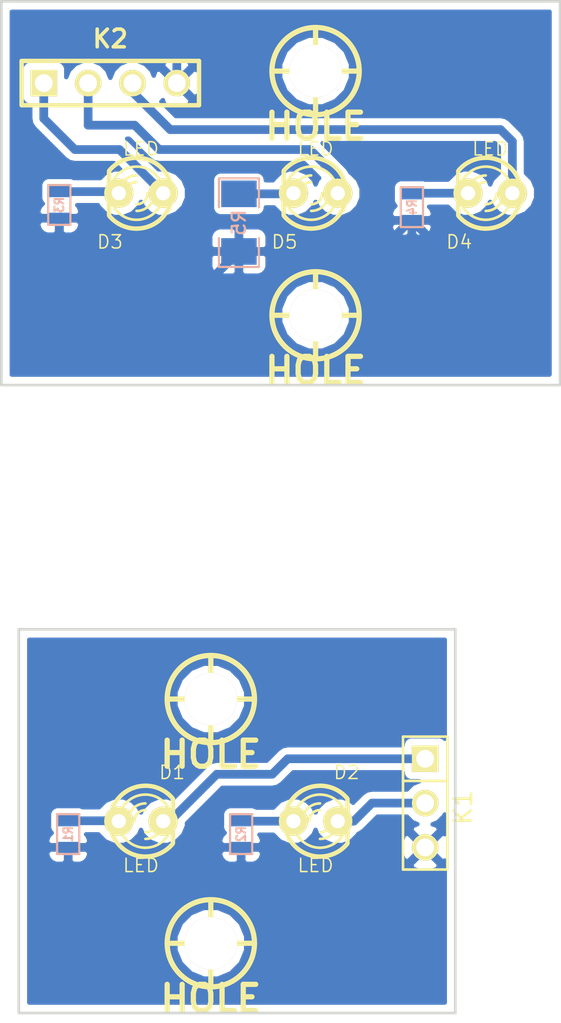
<source format=kicad_pcb>
(kicad_pcb (version 3) (host pcbnew "(2013-feb-26)-stable")

  (general
    (links 15)
    (no_connects 0)
    (area 32.924999 38.924999 65.075001 97.325)
    (thickness 1.6)
    (drawings 8)
    (tracks 50)
    (zones 0)
    (modules 16)
    (nets 13)
  )

  (page A3)
  (layers
    (15 F.Cu signal)
    (0 B.Cu signal)
    (16 B.Adhes user)
    (17 F.Adhes user)
    (18 B.Paste user)
    (19 F.Paste user)
    (20 B.SilkS user)
    (21 F.SilkS user)
    (22 B.Mask user)
    (23 F.Mask user)
    (24 Dwgs.User user)
    (25 Cmts.User user)
    (26 Eco1.User user)
    (27 Eco2.User user)
    (28 Edge.Cuts user)
  )

  (setup
    (last_trace_width 0.5)
    (trace_clearance 0.25)
    (zone_clearance 0.4)
    (zone_45_only no)
    (trace_min 0.254)
    (segment_width 0.2)
    (edge_width 0.15)
    (via_size 1)
    (via_drill 0.6)
    (via_min_size 0.889)
    (via_min_drill 0.508)
    (uvia_size 0.508)
    (uvia_drill 0.127)
    (uvias_allowed no)
    (uvia_min_size 0.508)
    (uvia_min_drill 0.127)
    (pcb_text_width 0.3)
    (pcb_text_size 1.5 1.5)
    (mod_edge_width 0.15)
    (mod_text_size 1.5 1.5)
    (mod_text_width 0.15)
    (pad_size 1.524 1.524)
    (pad_drill 0.762)
    (pad_to_mask_clearance 0.2)
    (aux_axis_origin 0 0)
    (visible_elements FFFFFFBF)
    (pcbplotparams
      (layerselection 3178497)
      (usegerberextensions true)
      (excludeedgelayer true)
      (linewidth 50000)
      (plotframeref false)
      (viasonmask false)
      (mode 1)
      (useauxorigin false)
      (hpglpennumber 1)
      (hpglpenspeed 20)
      (hpglpendiameter 15)
      (hpglpenoverlay 2)
      (psnegative false)
      (psa4output false)
      (plotreference true)
      (plotvalue true)
      (plotothertext true)
      (plotinvisibletext false)
      (padsonsilk false)
      (subtractmaskfromsilk false)
      (outputformat 1)
      (mirror false)
      (drillshape 1)
      (scaleselection 1)
      (outputdirectory ""))
  )

  (net 0 "")
  (net 1 N-000001)
  (net 2 N-0000010)
  (net 3 N-0000011)
  (net 4 N-0000012)
  (net 5 N-000002)
  (net 6 N-000003)
  (net 7 N-000004)
  (net 8 N-000005)
  (net 9 N-000006)
  (net 10 N-000007)
  (net 11 N-000008)
  (net 12 N-000009)

  (net_class Default "This is the default net class."
    (clearance 0.25)
    (trace_width 0.5)
    (via_dia 1)
    (via_drill 0.6)
    (uvia_dia 0.508)
    (uvia_drill 0.127)
    (add_net "")
    (add_net N-000001)
    (add_net N-0000010)
    (add_net N-0000011)
    (add_net N-0000012)
    (add_net N-000002)
    (add_net N-000003)
    (add_net N-000004)
    (add_net N-000005)
    (add_net N-000006)
    (add_net N-000007)
    (add_net N-000008)
    (add_net N-000009)
  )

  (module SM0603 (layer B.Cu) (tedit 4E43A3D1) (tstamp 54F3FCF4)
    (at 46.736 86.741 90)
    (path /54F40B3C)
    (attr smd)
    (fp_text reference R2 (at 0 0 90) (layer B.SilkS)
      (effects (font (size 0.508 0.4572) (thickness 0.1143)) (justify mirror))
    )
    (fp_text value 330 (at 0 0 90) (layer B.SilkS) hide
      (effects (font (size 0.508 0.4572) (thickness 0.1143)) (justify mirror))
    )
    (fp_line (start -1.143 0.635) (end 1.143 0.635) (layer B.SilkS) (width 0.127))
    (fp_line (start 1.143 0.635) (end 1.143 -0.635) (layer B.SilkS) (width 0.127))
    (fp_line (start 1.143 -0.635) (end -1.143 -0.635) (layer B.SilkS) (width 0.127))
    (fp_line (start -1.143 -0.635) (end -1.143 0.635) (layer B.SilkS) (width 0.127))
    (pad 1 smd rect (at -0.762 0 90) (size 0.635 1.143)
      (layers B.Cu B.Paste B.Mask)
      (net 3 N-0000011)
    )
    (pad 2 smd rect (at 0.762 0 90) (size 0.635 1.143)
      (layers B.Cu B.Paste B.Mask)
      (net 4 N-0000012)
    )
    (model smd\resistors\R0603.wrl
      (at (xyz 0 0 0.001))
      (scale (xyz 0.5 0.5 0.5))
      (rotate (xyz 0 0 0))
    )
  )

  (module SM0603 (layer B.Cu) (tedit 4E43A3D1) (tstamp 54F3FCFE)
    (at 36.83 86.741 90)
    (path /54F40B6D)
    (attr smd)
    (fp_text reference R1 (at 0 0 90) (layer B.SilkS)
      (effects (font (size 0.508 0.4572) (thickness 0.1143)) (justify mirror))
    )
    (fp_text value 330 (at 0 0 90) (layer B.SilkS) hide
      (effects (font (size 0.508 0.4572) (thickness 0.1143)) (justify mirror))
    )
    (fp_line (start -1.143 0.635) (end 1.143 0.635) (layer B.SilkS) (width 0.127))
    (fp_line (start 1.143 0.635) (end 1.143 -0.635) (layer B.SilkS) (width 0.127))
    (fp_line (start 1.143 -0.635) (end -1.143 -0.635) (layer B.SilkS) (width 0.127))
    (fp_line (start -1.143 -0.635) (end -1.143 0.635) (layer B.SilkS) (width 0.127))
    (pad 1 smd rect (at -0.762 0 90) (size 0.635 1.143)
      (layers B.Cu B.Paste B.Mask)
      (net 3 N-0000011)
    )
    (pad 2 smd rect (at 0.762 0 90) (size 0.635 1.143)
      (layers B.Cu B.Paste B.Mask)
      (net 11 N-000008)
    )
    (model smd\resistors\R0603.wrl
      (at (xyz 0 0 0.001))
      (scale (xyz 0.5 0.5 0.5))
      (rotate (xyz 0 0 0))
    )
  )

  (module SM0603 (layer B.Cu) (tedit 4E43A3D1) (tstamp 54F3FD12)
    (at 56.515 50.8 90)
    (path /54F40BF0)
    (attr smd)
    (fp_text reference R4 (at 0 0 90) (layer B.SilkS)
      (effects (font (size 0.508 0.4572) (thickness 0.1143)) (justify mirror))
    )
    (fp_text value 2.2k (at 0 0 90) (layer B.SilkS) hide
      (effects (font (size 0.508 0.4572) (thickness 0.1143)) (justify mirror))
    )
    (fp_line (start -1.143 0.635) (end 1.143 0.635) (layer B.SilkS) (width 0.127))
    (fp_line (start 1.143 0.635) (end 1.143 -0.635) (layer B.SilkS) (width 0.127))
    (fp_line (start 1.143 -0.635) (end -1.143 -0.635) (layer B.SilkS) (width 0.127))
    (fp_line (start -1.143 -0.635) (end -1.143 0.635) (layer B.SilkS) (width 0.127))
    (pad 1 smd rect (at -0.762 0 90) (size 0.635 1.143)
      (layers B.Cu B.Paste B.Mask)
      (net 7 N-000004)
    )
    (pad 2 smd rect (at 0.762 0 90) (size 0.635 1.143)
      (layers B.Cu B.Paste B.Mask)
      (net 8 N-000005)
    )
    (model smd\resistors\R0603.wrl
      (at (xyz 0 0 0.001))
      (scale (xyz 0.5 0.5 0.5))
      (rotate (xyz 0 0 0))
    )
  )

  (module SM0603 (layer B.Cu) (tedit 4E43A3D1) (tstamp 54F3FD1C)
    (at 36.322 50.673 90)
    (path /54F40C05)
    (attr smd)
    (fp_text reference R3 (at 0 0 90) (layer B.SilkS)
      (effects (font (size 0.508 0.4572) (thickness 0.1143)) (justify mirror))
    )
    (fp_text value 2.2k (at 0 0 90) (layer B.SilkS) hide
      (effects (font (size 0.508 0.4572) (thickness 0.1143)) (justify mirror))
    )
    (fp_line (start -1.143 0.635) (end 1.143 0.635) (layer B.SilkS) (width 0.127))
    (fp_line (start 1.143 0.635) (end 1.143 -0.635) (layer B.SilkS) (width 0.127))
    (fp_line (start 1.143 -0.635) (end -1.143 -0.635) (layer B.SilkS) (width 0.127))
    (fp_line (start -1.143 -0.635) (end -1.143 0.635) (layer B.SilkS) (width 0.127))
    (pad 1 smd rect (at -0.762 0 90) (size 0.635 1.143)
      (layers B.Cu B.Paste B.Mask)
      (net 7 N-000004)
    )
    (pad 2 smd rect (at 0.762 0 90) (size 0.635 1.143)
      (layers B.Cu B.Paste B.Mask)
      (net 9 N-000006)
    )
    (model smd\resistors\R0603.wrl
      (at (xyz 0 0 0.001))
      (scale (xyz 0.5 0.5 0.5))
      (rotate (xyz 0 0 0))
    )
  )

  (module PIN_ARRAY_4x1 (layer F.Cu) (tedit 4C10F42E) (tstamp 54F3FD28)
    (at 39.243 43.688)
    (descr "Double rangee de contacts 2 x 5 pins")
    (tags CONN)
    (path /54F40BE4)
    (fp_text reference K2 (at 0 -2.54) (layer F.SilkS)
      (effects (font (size 1.016 1.016) (thickness 0.2032)))
    )
    (fp_text value CONN_4 (at 0 2.54) (layer F.SilkS) hide
      (effects (font (size 1.016 1.016) (thickness 0.2032)))
    )
    (fp_line (start 5.08 1.27) (end -5.08 1.27) (layer F.SilkS) (width 0.254))
    (fp_line (start 5.08 -1.27) (end -5.08 -1.27) (layer F.SilkS) (width 0.254))
    (fp_line (start -5.08 -1.27) (end -5.08 1.27) (layer F.SilkS) (width 0.254))
    (fp_line (start 5.08 1.27) (end 5.08 -1.27) (layer F.SilkS) (width 0.254))
    (pad 1 thru_hole rect (at -3.81 0) (size 1.524 1.524) (drill 1.016)
      (layers *.Cu *.Mask F.SilkS)
      (net 1 N-000001)
    )
    (pad 2 thru_hole circle (at -1.27 0) (size 1.524 1.524) (drill 1.016)
      (layers *.Cu *.Mask F.SilkS)
      (net 10 N-000007)
    )
    (pad 3 thru_hole circle (at 1.27 0) (size 1.524 1.524) (drill 1.016)
      (layers *.Cu *.Mask F.SilkS)
      (net 5 N-000002)
    )
    (pad 4 thru_hole circle (at 3.81 0) (size 1.524 1.524) (drill 1.016)
      (layers *.Cu *.Mask F.SilkS)
      (net 7 N-000004)
    )
    (model pin_array\pins_array_4x1.wrl
      (at (xyz 0 0 0))
      (scale (xyz 1 1 1))
      (rotate (xyz 0 0 0))
    )
  )

  (module PIN_ARRAY_3X1 (layer F.Cu) (tedit 4C1130E0) (tstamp 54F3FD34)
    (at 57.277 84.963 270)
    (descr "Connecteur 3 pins")
    (tags "CONN DEV")
    (path /54F40B2D)
    (fp_text reference K1 (at 0.254 -2.159 270) (layer F.SilkS)
      (effects (font (size 1.016 1.016) (thickness 0.1524)))
    )
    (fp_text value CONN_3 (at 0 -2.159 270) (layer F.SilkS) hide
      (effects (font (size 1.016 1.016) (thickness 0.1524)))
    )
    (fp_line (start -3.81 1.27) (end -3.81 -1.27) (layer F.SilkS) (width 0.1524))
    (fp_line (start -3.81 -1.27) (end 3.81 -1.27) (layer F.SilkS) (width 0.1524))
    (fp_line (start 3.81 -1.27) (end 3.81 1.27) (layer F.SilkS) (width 0.1524))
    (fp_line (start 3.81 1.27) (end -3.81 1.27) (layer F.SilkS) (width 0.1524))
    (fp_line (start -1.27 -1.27) (end -1.27 1.27) (layer F.SilkS) (width 0.1524))
    (pad 1 thru_hole rect (at -2.54 0 270) (size 1.524 1.524) (drill 1.016)
      (layers *.Cu *.Mask F.SilkS)
      (net 12 N-000009)
    )
    (pad 2 thru_hole circle (at 0 0 270) (size 1.524 1.524) (drill 1.016)
      (layers *.Cu *.Mask F.SilkS)
      (net 2 N-0000010)
    )
    (pad 3 thru_hole circle (at 2.54 0 270) (size 1.524 1.524) (drill 1.016)
      (layers *.Cu *.Mask F.SilkS)
      (net 3 N-0000011)
    )
    (model pin_array/pins_array_3x1.wrl
      (at (xyz 0 0 0))
      (scale (xyz 1 1 1))
      (rotate (xyz 0 0 0))
    )
  )

  (module LED-3MM (layer F.Cu) (tedit 49BFA23B) (tstamp 54F3FD4D)
    (at 41 86)
    (descr "LED 3mm - Lead pitch 100mil (2,54mm)")
    (tags "LED led 3mm 3MM 100mil 2,54mm")
    (path /54F40B18)
    (fp_text reference D1 (at 1.778 -2.794) (layer F.SilkS)
      (effects (font (size 0.762 0.762) (thickness 0.0889)))
    )
    (fp_text value LED (at 0 2.54) (layer F.SilkS)
      (effects (font (size 0.762 0.762) (thickness 0.0889)))
    )
    (fp_line (start 1.8288 1.27) (end 1.8288 -1.27) (layer F.SilkS) (width 0.254))
    (fp_arc (start 0.254 0) (end -1.27 0) (angle 39.8) (layer F.SilkS) (width 0.1524))
    (fp_arc (start 0.254 0) (end -0.88392 1.01092) (angle 41.6) (layer F.SilkS) (width 0.1524))
    (fp_arc (start 0.254 0) (end 1.4097 -0.9906) (angle 40.6) (layer F.SilkS) (width 0.1524))
    (fp_arc (start 0.254 0) (end 1.778 0) (angle 39.8) (layer F.SilkS) (width 0.1524))
    (fp_arc (start 0.254 0) (end 0.254 -1.524) (angle 54.4) (layer F.SilkS) (width 0.1524))
    (fp_arc (start 0.254 0) (end -0.9652 -0.9144) (angle 53.1) (layer F.SilkS) (width 0.1524))
    (fp_arc (start 0.254 0) (end 1.45542 0.93472) (angle 52.1) (layer F.SilkS) (width 0.1524))
    (fp_arc (start 0.254 0) (end 0.254 1.524) (angle 52.1) (layer F.SilkS) (width 0.1524))
    (fp_arc (start 0.254 0) (end -0.381 0) (angle 90) (layer F.SilkS) (width 0.1524))
    (fp_arc (start 0.254 0) (end -0.762 0) (angle 90) (layer F.SilkS) (width 0.1524))
    (fp_arc (start 0.254 0) (end 0.889 0) (angle 90) (layer F.SilkS) (width 0.1524))
    (fp_arc (start 0.254 0) (end 1.27 0) (angle 90) (layer F.SilkS) (width 0.1524))
    (fp_arc (start 0.254 0) (end 0.254 -2.032) (angle 50.1) (layer F.SilkS) (width 0.254))
    (fp_arc (start 0.254 0) (end -1.5367 -0.95504) (angle 61.9) (layer F.SilkS) (width 0.254))
    (fp_arc (start 0.254 0) (end 1.8034 1.31064) (angle 49.7) (layer F.SilkS) (width 0.254))
    (fp_arc (start 0.254 0) (end 0.254 2.032) (angle 60.2) (layer F.SilkS) (width 0.254))
    (fp_arc (start 0.254 0) (end -1.778 0) (angle 28.3) (layer F.SilkS) (width 0.254))
    (fp_arc (start 0.254 0) (end -1.47574 1.06426) (angle 31.6) (layer F.SilkS) (width 0.254))
    (pad 1 thru_hole circle (at -1.27 0) (size 1.6764 1.6764) (drill 0.8128)
      (layers *.Cu F.Paste F.SilkS F.Mask)
      (net 11 N-000008)
    )
    (pad 2 thru_hole circle (at 1.27 0) (size 1.6764 1.6764) (drill 0.8128)
      (layers *.Cu F.Paste F.SilkS F.Mask)
      (net 12 N-000009)
    )
    (model discret/leds/led3_vertical_verde.wrl
      (at (xyz 0 0 0))
      (scale (xyz 1 1 1))
      (rotate (xyz 0 0 0))
    )
  )

  (module LED-3MM (layer F.Cu) (tedit 49BFA23B) (tstamp 54F3FD66)
    (at 51 86)
    (descr "LED 3mm - Lead pitch 100mil (2,54mm)")
    (tags "LED led 3mm 3MM 100mil 2,54mm")
    (path /54F40B25)
    (fp_text reference D2 (at 1.778 -2.794) (layer F.SilkS)
      (effects (font (size 0.762 0.762) (thickness 0.0889)))
    )
    (fp_text value LED (at 0 2.54) (layer F.SilkS)
      (effects (font (size 0.762 0.762) (thickness 0.0889)))
    )
    (fp_line (start 1.8288 1.27) (end 1.8288 -1.27) (layer F.SilkS) (width 0.254))
    (fp_arc (start 0.254 0) (end -1.27 0) (angle 39.8) (layer F.SilkS) (width 0.1524))
    (fp_arc (start 0.254 0) (end -0.88392 1.01092) (angle 41.6) (layer F.SilkS) (width 0.1524))
    (fp_arc (start 0.254 0) (end 1.4097 -0.9906) (angle 40.6) (layer F.SilkS) (width 0.1524))
    (fp_arc (start 0.254 0) (end 1.778 0) (angle 39.8) (layer F.SilkS) (width 0.1524))
    (fp_arc (start 0.254 0) (end 0.254 -1.524) (angle 54.4) (layer F.SilkS) (width 0.1524))
    (fp_arc (start 0.254 0) (end -0.9652 -0.9144) (angle 53.1) (layer F.SilkS) (width 0.1524))
    (fp_arc (start 0.254 0) (end 1.45542 0.93472) (angle 52.1) (layer F.SilkS) (width 0.1524))
    (fp_arc (start 0.254 0) (end 0.254 1.524) (angle 52.1) (layer F.SilkS) (width 0.1524))
    (fp_arc (start 0.254 0) (end -0.381 0) (angle 90) (layer F.SilkS) (width 0.1524))
    (fp_arc (start 0.254 0) (end -0.762 0) (angle 90) (layer F.SilkS) (width 0.1524))
    (fp_arc (start 0.254 0) (end 0.889 0) (angle 90) (layer F.SilkS) (width 0.1524))
    (fp_arc (start 0.254 0) (end 1.27 0) (angle 90) (layer F.SilkS) (width 0.1524))
    (fp_arc (start 0.254 0) (end 0.254 -2.032) (angle 50.1) (layer F.SilkS) (width 0.254))
    (fp_arc (start 0.254 0) (end -1.5367 -0.95504) (angle 61.9) (layer F.SilkS) (width 0.254))
    (fp_arc (start 0.254 0) (end 1.8034 1.31064) (angle 49.7) (layer F.SilkS) (width 0.254))
    (fp_arc (start 0.254 0) (end 0.254 2.032) (angle 60.2) (layer F.SilkS) (width 0.254))
    (fp_arc (start 0.254 0) (end -1.778 0) (angle 28.3) (layer F.SilkS) (width 0.254))
    (fp_arc (start 0.254 0) (end -1.47574 1.06426) (angle 31.6) (layer F.SilkS) (width 0.254))
    (pad 1 thru_hole circle (at -1.27 0) (size 1.6764 1.6764) (drill 0.8128)
      (layers *.Cu F.Paste F.SilkS F.Mask)
      (net 4 N-0000012)
    )
    (pad 2 thru_hole circle (at 1.27 0) (size 1.6764 1.6764) (drill 0.8128)
      (layers *.Cu F.Paste F.SilkS F.Mask)
      (net 2 N-0000010)
    )
    (model discret/leds/led3_vertical_verde.wrl
      (at (xyz 0 0 0))
      (scale (xyz 1 1 1))
      (rotate (xyz 0 0 0))
    )
  )

  (module LED-3MM (layer F.Cu) (tedit 49BFA23B) (tstamp 54F3FD7F)
    (at 61 50 180)
    (descr "LED 3mm - Lead pitch 100mil (2,54mm)")
    (tags "LED led 3mm 3MM 100mil 2,54mm")
    (path /54F40BD8)
    (fp_text reference D4 (at 1.778 -2.794 180) (layer F.SilkS)
      (effects (font (size 0.762 0.762) (thickness 0.0889)))
    )
    (fp_text value LED (at 0 2.54 180) (layer F.SilkS)
      (effects (font (size 0.762 0.762) (thickness 0.0889)))
    )
    (fp_line (start 1.8288 1.27) (end 1.8288 -1.27) (layer F.SilkS) (width 0.254))
    (fp_arc (start 0.254 0) (end -1.27 0) (angle 39.8) (layer F.SilkS) (width 0.1524))
    (fp_arc (start 0.254 0) (end -0.88392 1.01092) (angle 41.6) (layer F.SilkS) (width 0.1524))
    (fp_arc (start 0.254 0) (end 1.4097 -0.9906) (angle 40.6) (layer F.SilkS) (width 0.1524))
    (fp_arc (start 0.254 0) (end 1.778 0) (angle 39.8) (layer F.SilkS) (width 0.1524))
    (fp_arc (start 0.254 0) (end 0.254 -1.524) (angle 54.4) (layer F.SilkS) (width 0.1524))
    (fp_arc (start 0.254 0) (end -0.9652 -0.9144) (angle 53.1) (layer F.SilkS) (width 0.1524))
    (fp_arc (start 0.254 0) (end 1.45542 0.93472) (angle 52.1) (layer F.SilkS) (width 0.1524))
    (fp_arc (start 0.254 0) (end 0.254 1.524) (angle 52.1) (layer F.SilkS) (width 0.1524))
    (fp_arc (start 0.254 0) (end -0.381 0) (angle 90) (layer F.SilkS) (width 0.1524))
    (fp_arc (start 0.254 0) (end -0.762 0) (angle 90) (layer F.SilkS) (width 0.1524))
    (fp_arc (start 0.254 0) (end 0.889 0) (angle 90) (layer F.SilkS) (width 0.1524))
    (fp_arc (start 0.254 0) (end 1.27 0) (angle 90) (layer F.SilkS) (width 0.1524))
    (fp_arc (start 0.254 0) (end 0.254 -2.032) (angle 50.1) (layer F.SilkS) (width 0.254))
    (fp_arc (start 0.254 0) (end -1.5367 -0.95504) (angle 61.9) (layer F.SilkS) (width 0.254))
    (fp_arc (start 0.254 0) (end 1.8034 1.31064) (angle 49.7) (layer F.SilkS) (width 0.254))
    (fp_arc (start 0.254 0) (end 0.254 2.032) (angle 60.2) (layer F.SilkS) (width 0.254))
    (fp_arc (start 0.254 0) (end -1.778 0) (angle 28.3) (layer F.SilkS) (width 0.254))
    (fp_arc (start 0.254 0) (end -1.47574 1.06426) (angle 31.6) (layer F.SilkS) (width 0.254))
    (pad 1 thru_hole circle (at -1.27 0 180) (size 1.6764 1.6764) (drill 0.8128)
      (layers *.Cu F.Paste F.SilkS F.Mask)
      (net 5 N-000002)
    )
    (pad 2 thru_hole circle (at 1.27 0 180) (size 1.6764 1.6764) (drill 0.8128)
      (layers *.Cu F.Paste F.SilkS F.Mask)
      (net 8 N-000005)
    )
    (model discret/leds/led3_vertical_verde.wrl
      (at (xyz 0 0 0))
      (scale (xyz 1 1 1))
      (rotate (xyz 0 0 0))
    )
  )

  (module LED-3MM (layer F.Cu) (tedit 49BFA23B) (tstamp 54F3FD98)
    (at 51 50 180)
    (descr "LED 3mm - Lead pitch 100mil (2,54mm)")
    (tags "LED led 3mm 3MM 100mil 2,54mm")
    (path /54F40BDE)
    (fp_text reference D5 (at 1.778 -2.794 180) (layer F.SilkS)
      (effects (font (size 0.762 0.762) (thickness 0.0889)))
    )
    (fp_text value LED (at 0 2.54 180) (layer F.SilkS)
      (effects (font (size 0.762 0.762) (thickness 0.0889)))
    )
    (fp_line (start 1.8288 1.27) (end 1.8288 -1.27) (layer F.SilkS) (width 0.254))
    (fp_arc (start 0.254 0) (end -1.27 0) (angle 39.8) (layer F.SilkS) (width 0.1524))
    (fp_arc (start 0.254 0) (end -0.88392 1.01092) (angle 41.6) (layer F.SilkS) (width 0.1524))
    (fp_arc (start 0.254 0) (end 1.4097 -0.9906) (angle 40.6) (layer F.SilkS) (width 0.1524))
    (fp_arc (start 0.254 0) (end 1.778 0) (angle 39.8) (layer F.SilkS) (width 0.1524))
    (fp_arc (start 0.254 0) (end 0.254 -1.524) (angle 54.4) (layer F.SilkS) (width 0.1524))
    (fp_arc (start 0.254 0) (end -0.9652 -0.9144) (angle 53.1) (layer F.SilkS) (width 0.1524))
    (fp_arc (start 0.254 0) (end 1.45542 0.93472) (angle 52.1) (layer F.SilkS) (width 0.1524))
    (fp_arc (start 0.254 0) (end 0.254 1.524) (angle 52.1) (layer F.SilkS) (width 0.1524))
    (fp_arc (start 0.254 0) (end -0.381 0) (angle 90) (layer F.SilkS) (width 0.1524))
    (fp_arc (start 0.254 0) (end -0.762 0) (angle 90) (layer F.SilkS) (width 0.1524))
    (fp_arc (start 0.254 0) (end 0.889 0) (angle 90) (layer F.SilkS) (width 0.1524))
    (fp_arc (start 0.254 0) (end 1.27 0) (angle 90) (layer F.SilkS) (width 0.1524))
    (fp_arc (start 0.254 0) (end 0.254 -2.032) (angle 50.1) (layer F.SilkS) (width 0.254))
    (fp_arc (start 0.254 0) (end -1.5367 -0.95504) (angle 61.9) (layer F.SilkS) (width 0.254))
    (fp_arc (start 0.254 0) (end 1.8034 1.31064) (angle 49.7) (layer F.SilkS) (width 0.254))
    (fp_arc (start 0.254 0) (end 0.254 2.032) (angle 60.2) (layer F.SilkS) (width 0.254))
    (fp_arc (start 0.254 0) (end -1.778 0) (angle 28.3) (layer F.SilkS) (width 0.254))
    (fp_arc (start 0.254 0) (end -1.47574 1.06426) (angle 31.6) (layer F.SilkS) (width 0.254))
    (pad 1 thru_hole circle (at -1.27 0 180) (size 1.6764 1.6764) (drill 0.8128)
      (layers *.Cu F.Paste F.SilkS F.Mask)
      (net 10 N-000007)
    )
    (pad 2 thru_hole circle (at 1.27 0 180) (size 1.6764 1.6764) (drill 0.8128)
      (layers *.Cu F.Paste F.SilkS F.Mask)
      (net 6 N-000003)
    )
    (model discret/leds/led3_vertical_verde.wrl
      (at (xyz 0 0 0))
      (scale (xyz 1 1 1))
      (rotate (xyz 0 0 0))
    )
  )

  (module LED-3MM (layer F.Cu) (tedit 49BFA23B) (tstamp 54F3FDB1)
    (at 41 50 180)
    (descr "LED 3mm - Lead pitch 100mil (2,54mm)")
    (tags "LED led 3mm 3MM 100mil 2,54mm")
    (path /54F40BFF)
    (fp_text reference D3 (at 1.778 -2.794 180) (layer F.SilkS)
      (effects (font (size 0.762 0.762) (thickness 0.0889)))
    )
    (fp_text value LED (at 0 2.54 180) (layer F.SilkS)
      (effects (font (size 0.762 0.762) (thickness 0.0889)))
    )
    (fp_line (start 1.8288 1.27) (end 1.8288 -1.27) (layer F.SilkS) (width 0.254))
    (fp_arc (start 0.254 0) (end -1.27 0) (angle 39.8) (layer F.SilkS) (width 0.1524))
    (fp_arc (start 0.254 0) (end -0.88392 1.01092) (angle 41.6) (layer F.SilkS) (width 0.1524))
    (fp_arc (start 0.254 0) (end 1.4097 -0.9906) (angle 40.6) (layer F.SilkS) (width 0.1524))
    (fp_arc (start 0.254 0) (end 1.778 0) (angle 39.8) (layer F.SilkS) (width 0.1524))
    (fp_arc (start 0.254 0) (end 0.254 -1.524) (angle 54.4) (layer F.SilkS) (width 0.1524))
    (fp_arc (start 0.254 0) (end -0.9652 -0.9144) (angle 53.1) (layer F.SilkS) (width 0.1524))
    (fp_arc (start 0.254 0) (end 1.45542 0.93472) (angle 52.1) (layer F.SilkS) (width 0.1524))
    (fp_arc (start 0.254 0) (end 0.254 1.524) (angle 52.1) (layer F.SilkS) (width 0.1524))
    (fp_arc (start 0.254 0) (end -0.381 0) (angle 90) (layer F.SilkS) (width 0.1524))
    (fp_arc (start 0.254 0) (end -0.762 0) (angle 90) (layer F.SilkS) (width 0.1524))
    (fp_arc (start 0.254 0) (end 0.889 0) (angle 90) (layer F.SilkS) (width 0.1524))
    (fp_arc (start 0.254 0) (end 1.27 0) (angle 90) (layer F.SilkS) (width 0.1524))
    (fp_arc (start 0.254 0) (end 0.254 -2.032) (angle 50.1) (layer F.SilkS) (width 0.254))
    (fp_arc (start 0.254 0) (end -1.5367 -0.95504) (angle 61.9) (layer F.SilkS) (width 0.254))
    (fp_arc (start 0.254 0) (end 1.8034 1.31064) (angle 49.7) (layer F.SilkS) (width 0.254))
    (fp_arc (start 0.254 0) (end 0.254 2.032) (angle 60.2) (layer F.SilkS) (width 0.254))
    (fp_arc (start 0.254 0) (end -1.778 0) (angle 28.3) (layer F.SilkS) (width 0.254))
    (fp_arc (start 0.254 0) (end -1.47574 1.06426) (angle 31.6) (layer F.SilkS) (width 0.254))
    (pad 1 thru_hole circle (at -1.27 0 180) (size 1.6764 1.6764) (drill 0.8128)
      (layers *.Cu F.Paste F.SilkS F.Mask)
      (net 1 N-000001)
    )
    (pad 2 thru_hole circle (at 1.27 0 180) (size 1.6764 1.6764) (drill 0.8128)
      (layers *.Cu F.Paste F.SilkS F.Mask)
      (net 9 N-000006)
    )
    (model discret/leds/led3_vertical_verde.wrl
      (at (xyz 0 0 0))
      (scale (xyz 1 1 1))
      (rotate (xyz 0 0 0))
    )
  )

  (module hole_3mm (layer F.Cu) (tedit 547491FA) (tstamp 54F3FDBB)
    (at 45 79)
    (path /54F40D0F)
    (fp_text reference HOLE1 (at 0 -2.54) (layer F.SilkS) hide
      (effects (font (size 1.5 1.5) (thickness 0.3)))
    )
    (fp_text value HOLE (at 0 3.175) (layer F.SilkS)
      (effects (font (size 1.5 1.5) (thickness 0.3)))
    )
    (fp_line (start 0 2.5) (end 0 1.5) (layer F.SilkS) (width 0.3))
    (fp_line (start -2.5 0) (end -1.5 0) (layer F.SilkS) (width 0.3))
    (fp_line (start 2.5 0) (end 1.5 0) (layer F.SilkS) (width 0.3))
    (fp_line (start 0 -1.5) (end 0 -2.5) (layer F.SilkS) (width 0.3))
    (fp_circle (center 0 0) (end 2.5 0) (layer F.SilkS) (width 0.3))
    (pad "" thru_hole circle (at 0 0) (size 3 3) (drill 3)
      (layers *.Cu F.SilkS)
    )
  )

  (module hole_3mm (layer F.Cu) (tedit 547491FA) (tstamp 54F3FDC5)
    (at 45 93)
    (path /54F40D1C)
    (fp_text reference HOLE2 (at 0 -2.54) (layer F.SilkS) hide
      (effects (font (size 1.5 1.5) (thickness 0.3)))
    )
    (fp_text value HOLE (at 0 3.175) (layer F.SilkS)
      (effects (font (size 1.5 1.5) (thickness 0.3)))
    )
    (fp_line (start 0 2.5) (end 0 1.5) (layer F.SilkS) (width 0.3))
    (fp_line (start -2.5 0) (end -1.5 0) (layer F.SilkS) (width 0.3))
    (fp_line (start 2.5 0) (end 1.5 0) (layer F.SilkS) (width 0.3))
    (fp_line (start 0 -1.5) (end 0 -2.5) (layer F.SilkS) (width 0.3))
    (fp_circle (center 0 0) (end 2.5 0) (layer F.SilkS) (width 0.3))
    (pad "" thru_hole circle (at 0 0) (size 3 3) (drill 3)
      (layers *.Cu F.SilkS)
    )
  )

  (module hole_3mm (layer F.Cu) (tedit 547491FA) (tstamp 54F3FDCF)
    (at 51 43)
    (path /54F40D22)
    (fp_text reference HOLE3 (at 0 -2.54) (layer F.SilkS) hide
      (effects (font (size 1.5 1.5) (thickness 0.3)))
    )
    (fp_text value HOLE (at 0 3.175) (layer F.SilkS)
      (effects (font (size 1.5 1.5) (thickness 0.3)))
    )
    (fp_line (start 0 2.5) (end 0 1.5) (layer F.SilkS) (width 0.3))
    (fp_line (start -2.5 0) (end -1.5 0) (layer F.SilkS) (width 0.3))
    (fp_line (start 2.5 0) (end 1.5 0) (layer F.SilkS) (width 0.3))
    (fp_line (start 0 -1.5) (end 0 -2.5) (layer F.SilkS) (width 0.3))
    (fp_circle (center 0 0) (end 2.5 0) (layer F.SilkS) (width 0.3))
    (pad "" thru_hole circle (at 0 0) (size 3 3) (drill 3)
      (layers *.Cu F.SilkS)
    )
  )

  (module hole_3mm (layer F.Cu) (tedit 547491FA) (tstamp 54F3FDD9)
    (at 51 57)
    (path /54F40D28)
    (fp_text reference HOLE4 (at 0 -2.54) (layer F.SilkS) hide
      (effects (font (size 1.5 1.5) (thickness 0.3)))
    )
    (fp_text value HOLE (at 0 3.175) (layer F.SilkS)
      (effects (font (size 1.5 1.5) (thickness 0.3)))
    )
    (fp_line (start 0 2.5) (end 0 1.5) (layer F.SilkS) (width 0.3))
    (fp_line (start -2.5 0) (end -1.5 0) (layer F.SilkS) (width 0.3))
    (fp_line (start 2.5 0) (end 1.5 0) (layer F.SilkS) (width 0.3))
    (fp_line (start 0 -1.5) (end 0 -2.5) (layer F.SilkS) (width 0.3))
    (fp_circle (center 0 0) (end 2.5 0) (layer F.SilkS) (width 0.3))
    (pad "" thru_hole circle (at 0 0) (size 3 3) (drill 3)
      (layers *.Cu F.SilkS)
    )
  )

  (module SM1206 (layer B.Cu) (tedit 42806E24) (tstamp 54F3FD08)
    (at 46.609 51.689 90)
    (path /54F40BEA)
    (attr smd)
    (fp_text reference R5 (at 0 0 90) (layer B.SilkS)
      (effects (font (size 0.762 0.762) (thickness 0.127)) (justify mirror))
    )
    (fp_text value 6.8k (at 0 0 90) (layer B.SilkS) hide
      (effects (font (size 0.762 0.762) (thickness 0.127)) (justify mirror))
    )
    (fp_line (start -2.54 1.143) (end -2.54 -1.143) (layer B.SilkS) (width 0.127))
    (fp_line (start -2.54 -1.143) (end -0.889 -1.143) (layer B.SilkS) (width 0.127))
    (fp_line (start 0.889 1.143) (end 2.54 1.143) (layer B.SilkS) (width 0.127))
    (fp_line (start 2.54 1.143) (end 2.54 -1.143) (layer B.SilkS) (width 0.127))
    (fp_line (start 2.54 -1.143) (end 0.889 -1.143) (layer B.SilkS) (width 0.127))
    (fp_line (start -0.889 1.143) (end -2.54 1.143) (layer B.SilkS) (width 0.127))
    (pad 1 smd rect (at -1.651 0 90) (size 1.524 2.032)
      (layers B.Cu B.Paste B.Mask)
      (net 7 N-000004)
    )
    (pad 2 smd rect (at 1.651 0 90) (size 1.524 2.032)
      (layers B.Cu B.Paste B.Mask)
      (net 6 N-000003)
    )
    (model smd/chip_cms.wrl
      (at (xyz 0 0 0))
      (scale (xyz 0.17 0.16 0.16))
      (rotate (xyz 0 0 0))
    )
  )

  (gr_line (start 65 39) (end 33 39) (angle 90) (layer Edge.Cuts) (width 0.15))
  (gr_line (start 65 61) (end 65 39) (angle 90) (layer Edge.Cuts) (width 0.15))
  (gr_line (start 33 61) (end 65 61) (angle 90) (layer Edge.Cuts) (width 0.15))
  (gr_line (start 33 39) (end 33 61) (angle 90) (layer Edge.Cuts) (width 0.15))
  (gr_line (start 59 75) (end 34 75) (angle 90) (layer Edge.Cuts) (width 0.15))
  (gr_line (start 59 97) (end 59 75) (angle 90) (layer Edge.Cuts) (width 0.15))
  (gr_line (start 34 97) (end 59 97) (angle 90) (layer Edge.Cuts) (width 0.15))
  (gr_line (start 34 75) (end 34 97) (angle 90) (layer Edge.Cuts) (width 0.15))

  (segment (start 35.433 43.688) (end 35.433 45.72) (width 0.5) (layer B.Cu) (net 1))
  (segment (start 35.433 45.72) (end 37.211 47.498) (width 0.5) (layer B.Cu) (net 1) (tstamp 54F40172))
  (segment (start 39.768 47.498) (end 42.27 50) (width 0.5) (layer B.Cu) (net 1) (tstamp 54F40176))
  (segment (start 37.211 47.498) (end 39.768 47.498) (width 0.5) (layer B.Cu) (net 1) (tstamp 54F40174))
  (segment (start 52.27 86) (end 53.192 86) (width 0.5) (layer B.Cu) (net 2))
  (segment (start 54.229 84.963) (end 57.277 84.963) (width 0.5) (layer B.Cu) (net 2) (tstamp 54F3FFAC))
  (segment (start 53.192 86) (end 54.229 84.963) (width 0.5) (layer B.Cu) (net 2) (tstamp 54F3FFAB))
  (segment (start 49.73 86) (end 46.757 86) (width 0.5) (layer B.Cu) (net 4))
  (segment (start 46.757 86) (end 46.736 85.979) (width 0.5) (layer B.Cu) (net 4) (tstamp 54F3FF86))
  (segment (start 40.513 43.688) (end 40.513 44.196) (width 0.5) (layer B.Cu) (net 5))
  (segment (start 40.513 44.196) (end 42.672 46.355) (width 0.5) (layer B.Cu) (net 5) (tstamp 54F401EC))
  (segment (start 42.672 46.355) (end 61.595 46.355) (width 0.5) (layer B.Cu) (net 5) (tstamp 54F401EE))
  (segment (start 61.595 46.355) (end 62.27 47.03) (width 0.5) (layer B.Cu) (net 5) (tstamp 54F401F3))
  (segment (start 62.27 47.03) (end 62.27 50) (width 0.5) (layer B.Cu) (net 5) (tstamp 54F401F5))
  (segment (start 46.609 50.038) (end 49.692 50.038) (width 0.5) (layer B.Cu) (net 6))
  (segment (start 49.692 50.038) (end 49.73 50) (width 0.5) (layer B.Cu) (net 6) (tstamp 54F401C7))
  (segment (start 36.322 51.435) (end 36.322 55.753) (width 0.5) (layer B.Cu) (net 7) (status 400000))
  (segment (start 44.577 55.372) (end 46.609 53.34) (width 0.5) (layer B.Cu) (net 7) (tstamp 54F466E8) (status 800000))
  (segment (start 36.703 55.372) (end 44.577 55.372) (width 0.5) (layer B.Cu) (net 7) (tstamp 54F466E7))
  (segment (start 36.322 55.753) (end 36.703 55.372) (width 0.5) (layer B.Cu) (net 7) (tstamp 54F466E6))
  (segment (start 43.053 43.688) (end 43.053 41.947) (width 0.5) (layer B.Cu) (net 7) (status 400000))
  (segment (start 58.953 54) (end 56.515 51.562) (width 0.5) (layer B.Cu) (net 7) (tstamp 54F466D2) (status 800000))
  (segment (start 62 54) (end 58.953 54) (width 0.5) (layer B.Cu) (net 7) (tstamp 54F466D0))
  (segment (start 64 52) (end 62 54) (width 0.5) (layer B.Cu) (net 7) (tstamp 54F466CD))
  (segment (start 64 44) (end 64 52) (width 0.5) (layer B.Cu) (net 7) (tstamp 54F466CB))
  (segment (start 60 40) (end 64 44) (width 0.5) (layer B.Cu) (net 7) (tstamp 54F466C9))
  (segment (start 45 40) (end 60 40) (width 0.5) (layer B.Cu) (net 7) (tstamp 54F466C7))
  (segment (start 43.053 41.947) (end 45 40) (width 0.5) (layer B.Cu) (net 7) (tstamp 54F466C5))
  (segment (start 36.322 51.435) (end 36.322 53.322) (width 0.5) (layer B.Cu) (net 7) (status 400000))
  (segment (start 56.438 51.562) (end 56.515 51.562) (width 0.5) (layer B.Cu) (net 7) (tstamp 54F466C1) (status C00000))
  (segment (start 54.66 53.34) (end 56.438 51.562) (width 0.5) (layer B.Cu) (net 7) (tstamp 54F466C0) (status 800000))
  (segment (start 36.34 53.34) (end 54.66 53.34) (width 0.5) (layer B.Cu) (net 7) (tstamp 54F466BF))
  (segment (start 36.322 53.322) (end 36.34 53.34) (width 0.5) (layer B.Cu) (net 7) (tstamp 54F466BE))
  (segment (start 59.73 50) (end 56.553 50) (width 0.5) (layer B.Cu) (net 8))
  (segment (start 56.553 50) (end 56.515 50.038) (width 0.5) (layer B.Cu) (net 8) (tstamp 54F4012D))
  (segment (start 39.641 49.911) (end 39.73 50) (width 0.5) (layer B.Cu) (net 9) (tstamp 54F40130))
  (segment (start 36.322 49.911) (end 39.641 49.911) (width 0.5) (layer B.Cu) (net 9))
  (segment (start 52.27 50) (end 52.27 49.095) (width 0.5) (layer B.Cu) (net 10))
  (segment (start 52.27 49.095) (end 50.673 47.498) (width 0.5) (layer B.Cu) (net 10) (tstamp 54F401D9))
  (segment (start 50.673 47.498) (end 42.037 47.498) (width 0.5) (layer B.Cu) (net 10) (tstamp 54F401DC))
  (segment (start 37.973 46.101) (end 37.973 43.688) (width 0.5) (layer B.Cu) (net 10) (tstamp 54F401E8))
  (segment (start 40.64 46.101) (end 37.973 46.101) (width 0.5) (layer B.Cu) (net 10) (tstamp 54F401E5))
  (segment (start 42.037 47.498) (end 40.64 46.101) (width 0.5) (layer B.Cu) (net 10) (tstamp 54F401E3))
  (segment (start 36.83 85.979) (end 39.709 85.979) (width 0.5) (layer B.Cu) (net 11))
  (segment (start 39.709 85.979) (end 39.73 86) (width 0.5) (layer B.Cu) (net 11) (tstamp 54F3FF83))
  (segment (start 42.27 86) (end 42.651 86) (width 0.5) (layer B.Cu) (net 12))
  (segment (start 42.651 86) (end 45.339 83.312) (width 0.5) (layer B.Cu) (net 12) (tstamp 54F4000A))
  (segment (start 49.403 82.423) (end 57.277 82.423) (width 0.5) (layer B.Cu) (net 12) (tstamp 54F4000E))
  (segment (start 48.514 83.312) (end 49.403 82.423) (width 0.5) (layer B.Cu) (net 12) (tstamp 54F4000D))
  (segment (start 45.339 83.312) (end 48.514 83.312) (width 0.5) (layer B.Cu) (net 12) (tstamp 54F4000B))

  (zone (net 7) (net_name N-000004) (layer B.Cu) (tstamp 54F40232) (hatch edge 0.508)
    (connect_pads (clearance 0.4))
    (min_thickness 0.25)
    (fill (arc_segments 16) (thermal_gap 0.499999) (thermal_bridge_width 0.499999))
    (polygon
      (pts
        (xy 33 39) (xy 33 61) (xy 65 61) (xy 65 39)
      )
    )
    (filled_polygon
      (pts
        (xy 64.4 60.4) (xy 63.633435 60.4) (xy 63.633435 49.730033) (xy 63.426338 49.228818) (xy 63.045 48.846814)
        (xy 63.045 47.03) (xy 62.986007 46.73342) (xy 62.818008 46.481992) (xy 62.143008 45.806992) (xy 61.89158 45.638993)
        (xy 61.595 45.58) (xy 53.025351 45.58) (xy 53.025351 42.59897) (xy 52.717712 41.854428) (xy 52.148568 41.28429)
        (xy 51.404565 40.975352) (xy 50.59897 40.974649) (xy 49.854428 41.282288) (xy 49.28429 41.851432) (xy 48.975352 42.595435)
        (xy 48.974649 43.40103) (xy 49.282288 44.145572) (xy 49.851432 44.71571) (xy 50.595435 45.024648) (xy 51.40103 45.025351)
        (xy 52.145572 44.717712) (xy 52.71571 44.148568) (xy 53.024648 43.404565) (xy 53.025351 42.59897) (xy 53.025351 45.58)
        (xy 44.451895 45.58) (xy 44.451895 43.895294) (xy 44.424738 43.344181) (xy 44.266082 42.961152) (xy 44.02647 42.891305)
        (xy 43.849695 43.06808) (xy 43.849695 42.71453) (xy 43.779848 42.474918) (xy 43.260294 42.289105) (xy 42.709181 42.316262)
        (xy 42.326152 42.474918) (xy 42.256305 42.71453) (xy 43.053 43.511225) (xy 43.849695 42.71453) (xy 43.849695 43.06808)
        (xy 43.229775 43.688) (xy 44.02647 44.484695) (xy 44.266082 44.414848) (xy 44.451895 43.895294) (xy 44.451895 45.58)
        (xy 43.849695 45.58) (xy 42.993016 45.58) (xy 42.165396 44.752381) (xy 42.256305 44.661472) (xy 42.326152 44.901082)
        (xy 42.845706 45.086895) (xy 43.396819 45.059738) (xy 43.779848 44.901082) (xy 43.849695 44.66147) (xy 43.053 43.864775)
        (xy 43.038857 43.878917) (xy 42.862082 43.702142) (xy 42.876225 43.688) (xy 42.07953 42.891305) (xy 41.839918 42.961152)
        (xy 41.73102 43.265642) (xy 41.604701 42.959926) (xy 41.242978 42.597571) (xy 40.770123 42.401225) (xy 40.258123 42.400778)
        (xy 39.784926 42.596299) (xy 39.422571 42.958022) (xy 39.2428 43.390959) (xy 39.064701 42.959926) (xy 38.702978 42.597571)
        (xy 38.230123 42.401225) (xy 37.718123 42.400778) (xy 37.244926 42.596299) (xy 36.882571 42.958022) (xy 36.720091 43.349318)
        (xy 36.720091 42.822029) (xy 36.640333 42.629) (xy 36.492777 42.481186) (xy 36.299887 42.401091) (xy 36.091029 42.400909)
        (xy 34.567029 42.400909) (xy 34.374 42.480667) (xy 34.226186 42.628223) (xy 34.146091 42.821113) (xy 34.145909 43.029971)
        (xy 34.145909 44.553971) (xy 34.225667 44.747) (xy 34.373223 44.894814) (xy 34.566113 44.974909) (xy 34.658 44.974989)
        (xy 34.658 45.72) (xy 34.716993 46.01658) (xy 34.884992 46.268008) (xy 36.662989 48.046004) (xy 36.662992 48.046008)
        (xy 36.91442 48.214007) (xy 37.210999 48.273) (xy 37.210999 48.272999) (xy 37.211 48.273) (xy 39.446984 48.273)
        (xy 39.810854 48.63687) (xy 39.460033 48.636565) (xy 38.958818 48.843662) (xy 38.665969 49.136) (xy 37.160725 49.136)
        (xy 36.998387 49.068591) (xy 36.789529 49.068409) (xy 35.646529 49.068409) (xy 35.4535 49.148167) (xy 35.305686 49.295723)
        (xy 35.225591 49.488613) (xy 35.225409 49.697471) (xy 35.225409 50.332471) (xy 35.305167 50.5255) (xy 35.381761 50.602228)
        (xy 35.220343 50.76393) (xy 35.125393 50.993726) (xy 35.125501 51.153752) (xy 35.28175 51.310001) (xy 36.197001 51.310001)
        (xy 36.197001 51.290001) (xy 36.446999 51.290001) (xy 36.446999 51.310001) (xy 37.36225 51.310001) (xy 37.518499 51.153752)
        (xy 37.518607 50.993726) (xy 37.423657 50.76393) (xy 37.345863 50.686) (xy 38.538465 50.686) (xy 38.573662 50.771182)
        (xy 38.956801 51.15499) (xy 39.457653 51.362962) (xy 39.999967 51.363435) (xy 40.501182 51.156338) (xy 40.88499 50.773199)
        (xy 41.000026 50.496161) (xy 41.113662 50.771182) (xy 41.496801 51.15499) (xy 41.997653 51.362962) (xy 42.539967 51.363435)
        (xy 43.041182 51.156338) (xy 43.42499 50.773199) (xy 43.632962 50.272347) (xy 43.633435 49.730033) (xy 43.426338 49.228818)
        (xy 43.043199 48.84501) (xy 42.542347 48.637038) (xy 42.002583 48.636567) (xy 40.316008 46.949992) (xy 40.205271 46.876)
        (xy 40.318984 46.876) (xy 41.488992 48.046008) (xy 41.74042 48.214007) (xy 42.037 48.273) (xy 50.351984 48.273)
        (xy 51.21048 49.131496) (xy 51.11501 49.226801) (xy 50.999973 49.503838) (xy 50.886338 49.228818) (xy 50.503199 48.84501)
        (xy 50.002347 48.637038) (xy 49.460033 48.636565) (xy 48.958818 48.843662) (xy 48.57501 49.226801) (xy 48.559978 49.263)
        (xy 48.150091 49.263) (xy 48.150091 49.172029) (xy 48.070333 48.979) (xy 47.922777 48.831186) (xy 47.729887 48.751091)
        (xy 47.521029 48.750909) (xy 45.489029 48.750909) (xy 45.296 48.830667) (xy 45.148186 48.978223) (xy 45.068091 49.171113)
        (xy 45.067909 49.379971) (xy 45.067909 50.903971) (xy 45.147667 51.097) (xy 45.295223 51.244814) (xy 45.488113 51.324909)
        (xy 45.696971 51.325091) (xy 47.728971 51.325091) (xy 47.922 51.245333) (xy 48.069814 51.097777) (xy 48.149909 50.904887)
        (xy 48.149989 50.813) (xy 48.615407 50.813) (xy 48.956801 51.15499) (xy 49.457653 51.362962) (xy 49.999967 51.363435)
        (xy 50.501182 51.156338) (xy 50.88499 50.773199) (xy 51.000026 50.496161) (xy 51.113662 50.771182) (xy 51.496801 51.15499)
        (xy 51.997653 51.362962) (xy 52.539967 51.363435) (xy 53.041182 51.156338) (xy 53.42499 50.773199) (xy 53.632962 50.272347)
        (xy 53.633435 49.730033) (xy 53.426338 49.228818) (xy 53.043199 48.84501) (xy 52.990959 48.823318) (xy 52.986007 48.79842)
        (xy 52.818008 48.546992) (xy 51.401016 47.13) (xy 61.273984 47.13) (xy 61.495 47.351016) (xy 61.495 48.847473)
        (xy 61.11501 49.226801) (xy 60.999973 49.503838) (xy 60.886338 49.228818) (xy 60.503199 48.84501) (xy 60.002347 48.637038)
        (xy 59.460033 48.636565) (xy 58.958818 48.843662) (xy 58.576814 49.225) (xy 57.262211 49.225) (xy 57.191387 49.195591)
        (xy 56.982529 49.195409) (xy 55.839529 49.195409) (xy 55.6465 49.275167) (xy 55.498686 49.422723) (xy 55.418591 49.615613)
        (xy 55.418409 49.824471) (xy 55.418409 50.459471) (xy 55.498167 50.6525) (xy 55.574761 50.729228) (xy 55.413343 50.89093)
        (xy 55.318393 51.120726) (xy 55.318501 51.280752) (xy 55.47475 51.437001) (xy 56.390001 51.437001) (xy 56.390001 51.417001)
        (xy 56.639999 51.417001) (xy 56.639999 51.437001) (xy 57.55525 51.437001) (xy 57.711499 51.280752) (xy 57.711607 51.120726)
        (xy 57.616657 50.89093) (xy 57.500929 50.775) (xy 58.577473 50.775) (xy 58.956801 51.15499) (xy 59.457653 51.362962)
        (xy 59.999967 51.363435) (xy 60.501182 51.156338) (xy 60.88499 50.773199) (xy 61.000026 50.496161) (xy 61.113662 50.771182)
        (xy 61.496801 51.15499) (xy 61.997653 51.362962) (xy 62.539967 51.363435) (xy 63.041182 51.156338) (xy 63.42499 50.773199)
        (xy 63.632962 50.272347) (xy 63.633435 49.730033) (xy 63.633435 60.4) (xy 57.711607 60.4) (xy 57.711607 52.003274)
        (xy 57.711499 51.843248) (xy 57.55525 51.686999) (xy 56.639999 51.686999) (xy 56.639999 52.34825) (xy 56.796248 52.504499)
        (xy 56.962726 52.504607) (xy 57.211366 52.50439) (xy 57.440996 52.409039) (xy 57.616657 52.23307) (xy 57.711607 52.003274)
        (xy 57.711607 60.4) (xy 56.390001 60.4) (xy 56.390001 52.34825) (xy 56.390001 51.686999) (xy 55.47475 51.686999)
        (xy 55.318501 51.843248) (xy 55.318393 52.003274) (xy 55.413343 52.23307) (xy 55.589004 52.409039) (xy 55.818634 52.50439)
        (xy 56.067274 52.504607) (xy 56.233752 52.504499) (xy 56.390001 52.34825) (xy 56.390001 60.4) (xy 53.025351 60.4)
        (xy 53.025351 56.59897) (xy 52.717712 55.854428) (xy 52.148568 55.28429) (xy 51.404565 54.975352) (xy 50.59897 54.974649)
        (xy 49.854428 55.282288) (xy 49.28429 55.851432) (xy 48.975352 56.595435) (xy 48.974649 57.40103) (xy 49.282288 58.145572)
        (xy 49.851432 58.71571) (xy 50.595435 59.024648) (xy 51.40103 59.025351) (xy 52.145572 58.717712) (xy 52.71571 58.148568)
        (xy 53.024648 57.404565) (xy 53.025351 56.59897) (xy 53.025351 60.4) (xy 48.250107 60.4) (xy 48.250107 54.225774)
        (xy 48.250107 52.454226) (xy 48.155157 52.22443) (xy 47.979496 52.048461) (xy 47.749866 51.95311) (xy 47.501226 51.952893)
        (xy 46.890248 51.953001) (xy 46.733999 52.10925) (xy 46.733999 53.215001) (xy 48.09375 53.215001) (xy 48.249999 53.058752)
        (xy 48.250107 52.454226) (xy 48.250107 54.225774) (xy 48.249999 53.621248) (xy 48.09375 53.464999) (xy 46.733999 53.464999)
        (xy 46.733999 54.57075) (xy 46.890248 54.726999) (xy 47.501226 54.727107) (xy 47.749866 54.72689) (xy 47.979496 54.631539)
        (xy 48.155157 54.45557) (xy 48.250107 54.225774) (xy 48.250107 60.4) (xy 46.484001 60.4) (xy 46.484001 54.57075)
        (xy 46.484001 53.464999) (xy 46.484001 53.215001) (xy 46.484001 52.10925) (xy 46.327752 51.953001) (xy 45.716774 51.952893)
        (xy 45.468134 51.95311) (xy 45.238504 52.048461) (xy 45.062843 52.22443) (xy 44.967893 52.454226) (xy 44.968001 53.058752)
        (xy 45.12425 53.215001) (xy 46.484001 53.215001) (xy 46.484001 53.464999) (xy 45.12425 53.464999) (xy 44.968001 53.621248)
        (xy 44.967893 54.225774) (xy 45.062843 54.45557) (xy 45.238504 54.631539) (xy 45.468134 54.72689) (xy 45.716774 54.727107)
        (xy 46.327752 54.726999) (xy 46.484001 54.57075) (xy 46.484001 60.4) (xy 37.518607 60.4) (xy 37.518607 51.876274)
        (xy 37.518499 51.716248) (xy 37.36225 51.559999) (xy 36.446999 51.559999) (xy 36.446999 52.22125) (xy 36.603248 52.377499)
        (xy 36.769726 52.377607) (xy 37.018366 52.37739) (xy 37.247996 52.282039) (xy 37.423657 52.10607) (xy 37.518607 51.876274)
        (xy 37.518607 60.4) (xy 36.197001 60.4) (xy 36.197001 52.22125) (xy 36.197001 51.559999) (xy 35.28175 51.559999)
        (xy 35.125501 51.716248) (xy 35.125393 51.876274) (xy 35.220343 52.10607) (xy 35.396004 52.282039) (xy 35.625634 52.37739)
        (xy 35.874274 52.377607) (xy 36.040752 52.377499) (xy 36.197001 52.22125) (xy 36.197001 60.4) (xy 33.6 60.4)
        (xy 33.6 39.6) (xy 64.4 39.6) (xy 64.4 60.4)
      )
    )
  )
  (zone (net 3) (net_name N-0000011) (layer B.Cu) (tstamp 54F40244) (hatch edge 0.508)
    (connect_pads (clearance 0.4))
    (min_thickness 0.25)
    (fill (arc_segments 16) (thermal_gap 0.499999) (thermal_bridge_width 0.499999))
    (polygon
      (pts
        (xy 34 75) (xy 34 97) (xy 59 97) (xy 59 75)
      )
    )
    (filled_polygon
      (pts
        (xy 58.4 96.4) (xy 58.073695 96.4) (xy 58.073695 88.47647) (xy 57.277 87.679775) (xy 57.100225 87.85655)
        (xy 57.100225 87.503) (xy 56.30353 86.706305) (xy 56.063918 86.776152) (xy 55.878105 87.295706) (xy 55.905262 87.846819)
        (xy 56.063918 88.229848) (xy 56.30353 88.299695) (xy 57.100225 87.503) (xy 57.100225 87.85655) (xy 56.480305 88.47647)
        (xy 56.550152 88.716082) (xy 57.069706 88.901895) (xy 57.620819 88.874738) (xy 58.003848 88.716082) (xy 58.073695 88.47647)
        (xy 58.073695 96.4) (xy 47.932607 96.4) (xy 47.932607 87.944274) (xy 47.932499 87.784248) (xy 47.77625 87.627999)
        (xy 46.860999 87.627999) (xy 46.860999 88.28925) (xy 47.017248 88.445499) (xy 47.183726 88.445607) (xy 47.432366 88.44539)
        (xy 47.661996 88.350039) (xy 47.837657 88.17407) (xy 47.932607 87.944274) (xy 47.932607 96.4) (xy 47.025351 96.4)
        (xy 47.025351 92.59897) (xy 46.717712 91.854428) (xy 46.611001 91.74753) (xy 46.611001 88.28925) (xy 46.611001 87.627999)
        (xy 45.69575 87.627999) (xy 45.539501 87.784248) (xy 45.539393 87.944274) (xy 45.634343 88.17407) (xy 45.810004 88.350039)
        (xy 46.039634 88.44539) (xy 46.288274 88.445607) (xy 46.454752 88.445499) (xy 46.611001 88.28925) (xy 46.611001 91.74753)
        (xy 46.148568 91.28429) (xy 45.404565 90.975352) (xy 44.59897 90.974649) (xy 43.854428 91.282288) (xy 43.28429 91.851432)
        (xy 42.975352 92.595435) (xy 42.974649 93.40103) (xy 43.282288 94.145572) (xy 43.851432 94.71571) (xy 44.595435 95.024648)
        (xy 45.40103 95.025351) (xy 46.145572 94.717712) (xy 46.71571 94.148568) (xy 47.024648 93.404565) (xy 47.025351 92.59897)
        (xy 47.025351 96.4) (xy 38.026607 96.4) (xy 38.026607 87.944274) (xy 38.026499 87.784248) (xy 37.87025 87.627999)
        (xy 36.954999 87.627999) (xy 36.954999 88.28925) (xy 37.111248 88.445499) (xy 37.277726 88.445607) (xy 37.526366 88.44539)
        (xy 37.755996 88.350039) (xy 37.931657 88.17407) (xy 38.026607 87.944274) (xy 38.026607 96.4) (xy 36.705001 96.4)
        (xy 36.705001 88.28925) (xy 36.705001 87.627999) (xy 35.78975 87.627999) (xy 35.633501 87.784248) (xy 35.633393 87.944274)
        (xy 35.728343 88.17407) (xy 35.904004 88.350039) (xy 36.133634 88.44539) (xy 36.382274 88.445607) (xy 36.548752 88.445499)
        (xy 36.705001 88.28925) (xy 36.705001 96.4) (xy 34.6 96.4) (xy 34.6 75.6) (xy 58.4 75.6)
        (xy 58.4 81.279519) (xy 58.336777 81.216186) (xy 58.143887 81.136091) (xy 57.935029 81.135909) (xy 56.411029 81.135909)
        (xy 56.218 81.215667) (xy 56.070186 81.363223) (xy 55.990091 81.556113) (xy 55.99001 81.648) (xy 49.403 81.648)
        (xy 49.402999 81.648) (xy 49.10642 81.706993) (xy 48.854992 81.874992) (xy 48.854989 81.874995) (xy 48.192984 82.537)
        (xy 47.025351 82.537) (xy 47.025351 78.59897) (xy 46.717712 77.854428) (xy 46.148568 77.28429) (xy 45.404565 76.975352)
        (xy 44.59897 76.974649) (xy 43.854428 77.282288) (xy 43.28429 77.851432) (xy 42.975352 78.595435) (xy 42.974649 79.40103)
        (xy 43.282288 80.145572) (xy 43.851432 80.71571) (xy 44.595435 81.024648) (xy 45.40103 81.025351) (xy 46.145572 80.717712)
        (xy 46.71571 80.148568) (xy 47.024648 79.404565) (xy 47.025351 78.59897) (xy 47.025351 82.537) (xy 45.339 82.537)
        (xy 45.04242 82.595993) (xy 44.790992 82.763992) (xy 42.807743 84.74724) (xy 42.542347 84.637038) (xy 42.000033 84.636565)
        (xy 41.498818 84.843662) (xy 41.11501 85.226801) (xy 40.999973 85.503838) (xy 40.886338 85.228818) (xy 40.503199 84.84501)
        (xy 40.002347 84.637038) (xy 39.460033 84.636565) (xy 38.958818 84.843662) (xy 38.59785 85.204) (xy 37.668725 85.204)
        (xy 37.506387 85.136591) (xy 37.297529 85.136409) (xy 36.154529 85.136409) (xy 35.9615 85.216167) (xy 35.813686 85.363723)
        (xy 35.733591 85.556613) (xy 35.733409 85.765471) (xy 35.733409 86.400471) (xy 35.813167 86.5935) (xy 35.889761 86.670228)
        (xy 35.728343 86.83193) (xy 35.633393 87.061726) (xy 35.633501 87.221752) (xy 35.78975 87.378001) (xy 36.705001 87.378001)
        (xy 36.705001 87.358001) (xy 36.954999 87.358001) (xy 36.954999 87.378001) (xy 37.87025 87.378001) (xy 38.026499 87.221752)
        (xy 38.026607 87.061726) (xy 37.931657 86.83193) (xy 37.853863 86.754) (xy 38.566562 86.754) (xy 38.573662 86.771182)
        (xy 38.956801 87.15499) (xy 39.457653 87.362962) (xy 39.999967 87.363435) (xy 40.501182 87.156338) (xy 40.88499 86.773199)
        (xy 41.000026 86.496161) (xy 41.113662 86.771182) (xy 41.496801 87.15499) (xy 41.997653 87.362962) (xy 42.539967 87.363435)
        (xy 43.041182 87.156338) (xy 43.42499 86.773199) (xy 43.632962 86.272347) (xy 43.6331 86.113915) (xy 45.660016 84.087)
        (xy 48.514 84.087) (xy 48.81058 84.028007) (xy 49.062008 83.860008) (xy 49.724015 83.198) (xy 55.989909 83.198)
        (xy 55.989909 83.288971) (xy 56.069667 83.482) (xy 56.217223 83.629814) (xy 56.410113 83.709909) (xy 56.618971 83.710091)
        (xy 56.939079 83.710091) (xy 56.548926 83.871299) (xy 56.231671 84.188) (xy 54.229 84.188) (xy 53.93242 84.246993)
        (xy 53.680992 84.414992) (xy 53.680989 84.414995) (xy 53.146996 84.948988) (xy 53.043199 84.84501) (xy 52.542347 84.637038)
        (xy 52.000033 84.636565) (xy 51.498818 84.843662) (xy 51.11501 85.226801) (xy 50.999973 85.503838) (xy 50.886338 85.228818)
        (xy 50.503199 84.84501) (xy 50.002347 84.637038) (xy 49.460033 84.636565) (xy 48.958818 84.843662) (xy 48.576814 85.225)
        (xy 47.613576 85.225) (xy 47.605277 85.216686) (xy 47.412387 85.136591) (xy 47.203529 85.136409) (xy 46.060529 85.136409)
        (xy 45.8675 85.216167) (xy 45.719686 85.363723) (xy 45.639591 85.556613) (xy 45.639409 85.765471) (xy 45.639409 86.400471)
        (xy 45.719167 86.5935) (xy 45.795761 86.670228) (xy 45.634343 86.83193) (xy 45.539393 87.061726) (xy 45.539501 87.221752)
        (xy 45.69575 87.378001) (xy 46.611001 87.378001) (xy 46.611001 87.358001) (xy 46.860999 87.358001) (xy 46.860999 87.378001)
        (xy 47.77625 87.378001) (xy 47.932499 87.221752) (xy 47.932607 87.061726) (xy 47.837657 86.83193) (xy 47.780826 86.775)
        (xy 48.577473 86.775) (xy 48.956801 87.15499) (xy 49.457653 87.362962) (xy 49.999967 87.363435) (xy 50.501182 87.156338)
        (xy 50.88499 86.773199) (xy 51.000026 86.496161) (xy 51.113662 86.771182) (xy 51.496801 87.15499) (xy 51.997653 87.362962)
        (xy 52.539967 87.363435) (xy 53.041182 87.156338) (xy 53.42499 86.773199) (xy 53.445151 86.724645) (xy 53.48858 86.716007)
        (xy 53.740008 86.548008) (xy 54.550015 85.738) (xy 56.232143 85.738) (xy 56.547022 86.053429) (xy 56.8337 86.172468)
        (xy 56.550152 86.289918) (xy 56.480305 86.52953) (xy 57.277 87.326225) (xy 58.073695 86.52953) (xy 58.003848 86.289918)
        (xy 57.699357 86.18102) (xy 58.005074 86.054701) (xy 58.367429 85.692978) (xy 58.4 85.614538) (xy 58.4 86.749893)
        (xy 58.25047 86.706305) (xy 57.453775 87.503) (xy 58.25047 88.299695) (xy 58.4 88.256106) (xy 58.4 96.4)
      )
    )
  )
)

</source>
